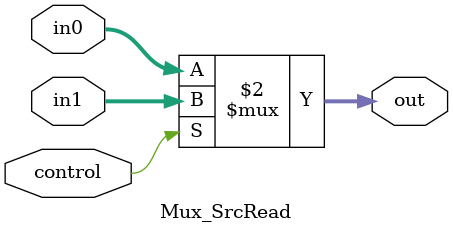
<source format=v>
module Mux_SrcRead(
    input wire [4:0] in0,
    input wire  [4:0] in1,
    input wire control,
    output wire [4:0] out
    );

    assign out = (control == 1'b0) ? in0:
                 in1;
                 
endmodule
</source>
